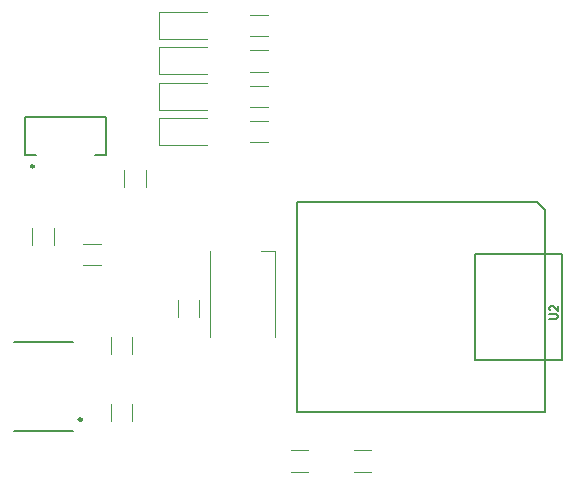
<source format=gbr>
%TF.GenerationSoftware,KiCad,Pcbnew,7.0.5*%
%TF.CreationDate,2023-10-11T12:23:55-04:00*%
%TF.ProjectId,Board_To_Be_Tested,426f6172-645f-4546-9f5f-42655f546573,rev?*%
%TF.SameCoordinates,Original*%
%TF.FileFunction,Legend,Top*%
%TF.FilePolarity,Positive*%
%FSLAX46Y46*%
G04 Gerber Fmt 4.6, Leading zero omitted, Abs format (unit mm)*
G04 Created by KiCad (PCBNEW 7.0.5) date 2023-10-11 12:23:55*
%MOMM*%
%LPD*%
G01*
G04 APERTURE LIST*
%ADD10C,0.150000*%
%ADD11C,0.120000*%
%ADD12C,0.127000*%
%ADD13C,0.254000*%
%ADD14C,0.200000*%
G04 APERTURE END LIST*
D10*
%TO.C,U2*%
X175277283Y-91251833D02*
X175843950Y-91251833D01*
X175843950Y-91251833D02*
X175910616Y-91218500D01*
X175910616Y-91218500D02*
X175943950Y-91185166D01*
X175943950Y-91185166D02*
X175977283Y-91118500D01*
X175977283Y-91118500D02*
X175977283Y-90985166D01*
X175977283Y-90985166D02*
X175943950Y-90918500D01*
X175943950Y-90918500D02*
X175910616Y-90885166D01*
X175910616Y-90885166D02*
X175843950Y-90851833D01*
X175843950Y-90851833D02*
X175277283Y-90851833D01*
X175343950Y-90551833D02*
X175310616Y-90518500D01*
X175310616Y-90518500D02*
X175277283Y-90451833D01*
X175277283Y-90451833D02*
X175277283Y-90285167D01*
X175277283Y-90285167D02*
X175310616Y-90218500D01*
X175310616Y-90218500D02*
X175343950Y-90185167D01*
X175343950Y-90185167D02*
X175410616Y-90151833D01*
X175410616Y-90151833D02*
X175477283Y-90151833D01*
X175477283Y-90151833D02*
X175577283Y-90185167D01*
X175577283Y-90185167D02*
X175977283Y-90585167D01*
X175977283Y-90585167D02*
X175977283Y-90151833D01*
D11*
%TO.C,R7*%
X138140000Y-99927064D02*
X138140000Y-98472936D01*
X139960000Y-99927064D02*
X139960000Y-98472936D01*
%TO.C,R8*%
X131490000Y-85017064D02*
X131490000Y-83562936D01*
X133310000Y-85017064D02*
X133310000Y-83562936D01*
%TO.C,R5*%
X153372936Y-102390000D02*
X154827064Y-102390000D01*
X153372936Y-104210000D02*
X154827064Y-104210000D01*
%TO.C,D3*%
X142222500Y-68285000D02*
X142222500Y-70555000D01*
X142222500Y-70555000D02*
X146282500Y-70555000D01*
X146282500Y-68285000D02*
X142222500Y-68285000D01*
%TO.C,R1*%
X149955436Y-65510000D02*
X151409564Y-65510000D01*
X149955436Y-67330000D02*
X151409564Y-67330000D01*
%TO.C,R4*%
X158722936Y-102390000D02*
X160177064Y-102390000D01*
X158722936Y-104210000D02*
X160177064Y-104210000D01*
%TO.C,R2*%
X149955436Y-68510000D02*
X151409564Y-68510000D01*
X149955436Y-70330000D02*
X151409564Y-70330000D01*
%TO.C,C2*%
X143820000Y-91111252D02*
X143820000Y-89688748D01*
X145640000Y-91111252D02*
X145640000Y-89688748D01*
%TO.C,D4*%
X142222500Y-71285000D02*
X142222500Y-73555000D01*
X142222500Y-73555000D02*
X146282500Y-73555000D01*
X146282500Y-71285000D02*
X142222500Y-71285000D01*
%TO.C,R6*%
X149955436Y-74510000D02*
X151409564Y-74510000D01*
X149955436Y-76330000D02*
X151409564Y-76330000D01*
%TO.C,D5*%
X142222500Y-74285000D02*
X142222500Y-76555000D01*
X142222500Y-76555000D02*
X146282500Y-76555000D01*
X146282500Y-74285000D02*
X142222500Y-74285000D01*
%TO.C,D1*%
X146510000Y-92780000D02*
X146510000Y-85480000D01*
X152010000Y-92780000D02*
X152010000Y-85480000D01*
X152010000Y-85480000D02*
X150860000Y-85480000D01*
D12*
%TO.C,U1*%
X134915000Y-93265000D02*
X129985000Y-93265000D01*
X129985000Y-100735000D02*
X134915000Y-100735000D01*
D13*
X135677000Y-99800000D02*
G75*
G03*
X135677000Y-99800000I-127000J0D01*
G01*
D11*
%TO.C,R9*%
X139300000Y-80107064D02*
X139300000Y-78652936D01*
X141120000Y-80107064D02*
X141120000Y-78652936D01*
D12*
%TO.C,U2*%
X174209250Y-81384000D02*
X153880750Y-81384000D01*
X153880750Y-81384000D02*
X153880750Y-99184000D01*
X174880750Y-82055541D02*
X174209250Y-81384000D01*
X168952750Y-85780000D02*
X176305750Y-85780000D01*
X176304750Y-85784000D02*
X176304750Y-94779000D01*
X176304750Y-94779000D02*
X168952750Y-94779000D01*
X168952750Y-94779000D02*
X168952750Y-85780000D01*
X174880750Y-99184000D02*
X174880750Y-82055541D01*
X153880750Y-99184000D02*
X174880750Y-99184000D01*
D11*
%TO.C,D2*%
X142222500Y-65285000D02*
X142222500Y-67555000D01*
X142222500Y-67555000D02*
X146282500Y-67555000D01*
X146282500Y-65285000D02*
X142222500Y-65285000D01*
%TO.C,R10*%
X135822936Y-84910000D02*
X137277064Y-84910000D01*
X135822936Y-86730000D02*
X137277064Y-86730000D01*
%TO.C,C1*%
X138140000Y-94211252D02*
X138140000Y-92788748D01*
X139960000Y-94211252D02*
X139960000Y-92788748D01*
D14*
%TO.C,IC1*%
X130895000Y-74200000D02*
X130895000Y-77400000D01*
X130895000Y-74200000D02*
X137695000Y-74200000D01*
X130895000Y-77400000D02*
X131839000Y-77400000D01*
X137695000Y-74200000D02*
X137695000Y-77400000D01*
X137695000Y-77400000D02*
X136815000Y-77400000D01*
D13*
X131624680Y-78342000D02*
G75*
G03*
X131624680Y-78342000I-119680J0D01*
G01*
D11*
%TO.C,R3*%
X149955436Y-71510000D02*
X151409564Y-71510000D01*
X149955436Y-73330000D02*
X151409564Y-73330000D01*
%TD*%
M02*

</source>
